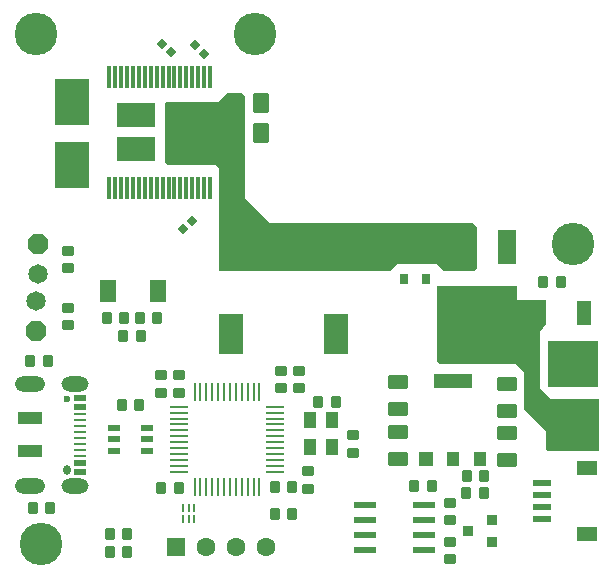
<source format=gbr>
%TF.GenerationSoftware,Altium Limited,Altium Designer,24.1.2 (44)*%
G04 Layer_Color=8388736*
%FSLAX45Y45*%
%MOMM*%
%TF.SameCoordinates,21A1AB76-749C-4ABA-85A5-5522D30AEDF9*%
%TF.FilePolarity,Negative*%
%TF.FileFunction,Soldermask,Top*%
%TF.Part,Single*%
G01*
G75*
%TA.AperFunction,SMDPad,CuDef*%
%ADD10R,3.00000X4.00000*%
%ADD11R,4.20000X4.00000*%
G04:AMPARAMS|DCode=12|XSize=0.8mm|YSize=1mm|CornerRadius=0.1mm|HoleSize=0mm|Usage=FLASHONLY|Rotation=0.000|XOffset=0mm|YOffset=0mm|HoleType=Round|Shape=RoundedRectangle|*
%AMROUNDEDRECTD12*
21,1,0.80000,0.80000,0,0,0.0*
21,1,0.60000,1.00000,0,0,0.0*
1,1,0.20000,0.30000,-0.40000*
1,1,0.20000,-0.30000,-0.40000*
1,1,0.20000,-0.30000,0.40000*
1,1,0.20000,0.30000,0.40000*
%
%ADD12ROUNDEDRECTD12*%
G04:AMPARAMS|DCode=13|XSize=1.3mm|YSize=1.1mm|CornerRadius=0.055mm|HoleSize=0mm|Usage=FLASHONLY|Rotation=90.000|XOffset=0mm|YOffset=0mm|HoleType=Round|Shape=RoundedRectangle|*
%AMROUNDEDRECTD13*
21,1,1.30000,0.99000,0,0,90.0*
21,1,1.19000,1.10000,0,0,90.0*
1,1,0.11000,0.49500,0.59500*
1,1,0.11000,0.49500,-0.59500*
1,1,0.11000,-0.49500,-0.59500*
1,1,0.11000,-0.49500,0.59500*
%
%ADD13ROUNDEDRECTD13*%
%ADD14R,2.00000X3.50000*%
G04:AMPARAMS|DCode=15|XSize=1.2mm|YSize=1.7mm|CornerRadius=0.15mm|HoleSize=0mm|Usage=FLASHONLY|Rotation=270.000|XOffset=0mm|YOffset=0mm|HoleType=Round|Shape=RoundedRectangle|*
%AMROUNDEDRECTD15*
21,1,1.20000,1.40000,0,0,270.0*
21,1,0.90000,1.70000,0,0,270.0*
1,1,0.30000,-0.70000,-0.45000*
1,1,0.30000,-0.70000,0.45000*
1,1,0.30000,0.70000,0.45000*
1,1,0.30000,0.70000,-0.45000*
%
%ADD15ROUNDEDRECTD15*%
G04:AMPARAMS|DCode=16|XSize=0.6mm|YSize=0.7mm|CornerRadius=0.075mm|HoleSize=0mm|Usage=FLASHONLY|Rotation=315.000|XOffset=0mm|YOffset=0mm|HoleType=Round|Shape=RoundedRectangle|*
%AMROUNDEDRECTD16*
21,1,0.60000,0.55000,0,0,315.0*
21,1,0.45000,0.70000,0,0,315.0*
1,1,0.15000,-0.03536,-0.35355*
1,1,0.15000,-0.35355,-0.03536*
1,1,0.15000,0.03536,0.35355*
1,1,0.15000,0.35355,0.03536*
%
%ADD16ROUNDEDRECTD16*%
%ADD17R,3.25000X4.95000*%
%ADD18R,3.25000X2.10000*%
G04:AMPARAMS|DCode=19|XSize=1.79mm|YSize=0.35mm|CornerRadius=0.04375mm|HoleSize=0mm|Usage=FLASHONLY|Rotation=90.000|XOffset=0mm|YOffset=0mm|HoleType=Round|Shape=RoundedRectangle|*
%AMROUNDEDRECTD19*
21,1,1.79000,0.26250,0,0,90.0*
21,1,1.70250,0.35000,0,0,90.0*
1,1,0.08750,0.13125,0.85125*
1,1,0.08750,0.13125,-0.85125*
1,1,0.08750,-0.13125,-0.85125*
1,1,0.08750,-0.13125,0.85125*
%
%ADD19ROUNDEDRECTD19*%
%ADD20R,0.84000X0.84000*%
%ADD21R,0.84000X0.90000*%
%ADD22R,1.50000X3.00000*%
%ADD23R,6.25000X6.60000*%
G04:AMPARAMS|DCode=24|XSize=0.6mm|YSize=0.7mm|CornerRadius=0.075mm|HoleSize=0mm|Usage=FLASHONLY|Rotation=225.000|XOffset=0mm|YOffset=0mm|HoleType=Round|Shape=RoundedRectangle|*
%AMROUNDEDRECTD24*
21,1,0.60000,0.55000,0,0,225.0*
21,1,0.45000,0.70000,0,0,225.0*
1,1,0.15000,-0.35355,0.03536*
1,1,0.15000,-0.03536,0.35355*
1,1,0.15000,0.35355,-0.03536*
1,1,0.15000,0.03536,-0.35355*
%
%ADD24ROUNDEDRECTD24*%
%TA.AperFunction,ConnectorPad*%
%ADD25R,2.00000X1.00000*%
%ADD26R,1.00000X0.27000*%
%ADD27R,1.00000X0.52000*%
%TA.AperFunction,SMDPad,CuDef*%
%ADD28R,0.25000X0.65000*%
%TA.AperFunction,ConnectorPad*%
%ADD29R,1.55000X0.60000*%
%ADD30R,1.80000X1.20000*%
%TA.AperFunction,SMDPad,CuDef*%
%ADD31O,0.25000X1.55000*%
%ADD32O,1.55000X0.25000*%
G04:AMPARAMS|DCode=33|XSize=0.8mm|YSize=1mm|CornerRadius=0.1mm|HoleSize=0mm|Usage=FLASHONLY|Rotation=90.000|XOffset=0mm|YOffset=0mm|HoleType=Round|Shape=RoundedRectangle|*
%AMROUNDEDRECTD33*
21,1,0.80000,0.80000,0,0,90.0*
21,1,0.60000,1.00000,0,0,90.0*
1,1,0.20000,0.40000,0.30000*
1,1,0.20000,0.40000,-0.30000*
1,1,0.20000,-0.40000,-0.30000*
1,1,0.20000,-0.40000,0.30000*
%
%ADD33ROUNDEDRECTD33*%
%ADD34R,1.98000X0.53000*%
%ADD36R,0.97790X0.55880*%
%ADD37R,3.20000X1.30000*%
%ADD38R,1.00000X1.20000*%
%ADD39R,1.20000X1.20000*%
%ADD40R,0.80000X0.90000*%
%ADD41R,1.27000X2.10000*%
G04:AMPARAMS|DCode=42|XSize=1.4mm|YSize=1.7mm|CornerRadius=0.175mm|HoleSize=0mm|Usage=FLASHONLY|Rotation=180.000|XOffset=0mm|YOffset=0mm|HoleType=Round|Shape=RoundedRectangle|*
%AMROUNDEDRECTD42*
21,1,1.40000,1.35000,0,0,180.0*
21,1,1.05000,1.70000,0,0,180.0*
1,1,0.35000,-0.52500,0.67500*
1,1,0.35000,0.52500,0.67500*
1,1,0.35000,0.52500,-0.67500*
1,1,0.35000,-0.52500,-0.67500*
%
%ADD42ROUNDEDRECTD42*%
%TA.AperFunction,ViaPad*%
%ADD51C,3.60000*%
%TA.AperFunction,ComponentPad*%
%ADD52C,1.65100*%
G04:AMPARAMS|DCode=53|XSize=1.651mm|YSize=1.651mm|CornerRadius=0mm|HoleSize=0mm|Usage=FLASHONLY|Rotation=90.000|XOffset=0mm|YOffset=0mm|HoleType=Round|Shape=Octagon|*
%AMOCTAGOND53*
4,1,8,0.41275,0.82550,-0.41275,0.82550,-0.82550,0.41275,-0.82550,-0.41275,-0.41275,-0.82550,0.41275,-0.82550,0.82550,-0.41275,0.82550,0.41275,0.41275,0.82550,0.0*
%
%ADD53OCTAGOND53*%

%ADD54R,0.80800X0.80800*%
G04:AMPARAMS|DCode=55|XSize=0.85mm|YSize=0.6mm|CornerRadius=0.3mm|HoleSize=0mm|Usage=FLASHONLY|Rotation=270.000|XOffset=0mm|YOffset=0mm|HoleType=Round|Shape=RoundedRectangle|*
%AMROUNDEDRECTD55*
21,1,0.85000,0.00000,0,0,270.0*
21,1,0.25000,0.60000,0,0,270.0*
1,1,0.60000,0.00000,-0.12500*
1,1,0.60000,0.00000,0.12500*
1,1,0.60000,0.00000,0.12500*
1,1,0.60000,0.00000,-0.12500*
%
%ADD55ROUNDEDRECTD55*%
%ADD56C,0.60000*%
G04:AMPARAMS|DCode=57|XSize=1.3mm|YSize=2.6mm|CornerRadius=0.65mm|HoleSize=0mm|Usage=FLASHONLY|Rotation=270.000|XOffset=0mm|YOffset=0mm|HoleType=Round|Shape=RoundedRectangle|*
%AMROUNDEDRECTD57*
21,1,1.30000,1.30000,0,0,270.0*
21,1,0.00000,2.60000,0,0,270.0*
1,1,1.30000,-0.65000,0.00000*
1,1,1.30000,-0.65000,0.00000*
1,1,1.30000,0.65000,0.00000*
1,1,1.30000,0.65000,0.00000*
%
%ADD57ROUNDEDRECTD57*%
G04:AMPARAMS|DCode=58|XSize=1.3mm|YSize=2.3mm|CornerRadius=0.65mm|HoleSize=0mm|Usage=FLASHONLY|Rotation=270.000|XOffset=0mm|YOffset=0mm|HoleType=Round|Shape=RoundedRectangle|*
%AMROUNDEDRECTD58*
21,1,1.30000,1.00000,0,0,270.0*
21,1,0.00000,2.30000,0,0,270.0*
1,1,1.30000,-0.50000,0.00000*
1,1,1.30000,-0.50000,0.00000*
1,1,1.30000,0.50000,0.00000*
1,1,1.30000,0.50000,0.00000*
%
%ADD58ROUNDEDRECTD58*%
%ADD59C,1.60000*%
%ADD60R,1.60000X1.60000*%
%TA.AperFunction,SMDPad,CuDef*%
%ADD71R,1.40320X1.90320*%
G36*
X4533900Y6578600D02*
Y5715000D01*
X4749800Y5499100D01*
X6464300D01*
X6502400Y5461000D01*
Y5118100D01*
X6477000Y5092700D01*
X6223000D01*
X6159500Y5156200D01*
X5829300D01*
X5765800Y5092700D01*
X4318000D01*
Y5969000D01*
X4292600Y5994400D01*
X3886200D01*
X3860800Y6019800D01*
Y6515100D01*
X3859833Y6516067D01*
X3864694Y6527800D01*
X4305300D01*
X4381500Y6604000D01*
X4508500D01*
X4533900Y6578600D01*
D02*
G37*
G36*
X6832600Y4851400D02*
X7086600D01*
Y4648200D01*
X7035800Y4580467D01*
Y4102100D01*
X7124700Y4013200D01*
X7531100D01*
Y3568700D01*
X7099300D01*
X7086600Y3581400D01*
Y3733800D01*
X6896100Y3924300D01*
X6896099Y4241801D01*
X6832601Y4305300D01*
X6184900D01*
X6159500Y4330700D01*
Y4965700D01*
X6832600D01*
Y4851400D01*
D02*
G37*
D10*
X3073400Y5994400D02*
D03*
Y6527800D02*
D03*
D11*
X7315200Y4305300D02*
D03*
Y3771900D02*
D03*
D12*
X6415117Y3356425D02*
D03*
X6565117D02*
D03*
X6411472Y3215009D02*
D03*
X6561472D02*
D03*
X2739725Y3086699D02*
D03*
X2889724D02*
D03*
X2719000Y4330700D02*
D03*
X2869000D02*
D03*
X5970200Y3276600D02*
D03*
X6120200D02*
D03*
X4939100Y3035300D02*
D03*
X4789100D02*
D03*
X3366700Y4699000D02*
D03*
X3516700Y4699000D02*
D03*
X3796100D02*
D03*
X3646100D02*
D03*
X5307400Y3987800D02*
D03*
X5157400D02*
D03*
X3506400Y4546600D02*
D03*
X3656400D02*
D03*
X3493700Y3962400D02*
D03*
X3643700D02*
D03*
X4939100Y3263900D02*
D03*
X4789100D02*
D03*
X3828930Y3256306D02*
D03*
X3978930D02*
D03*
X3542100Y2717800D02*
D03*
X3392100D02*
D03*
X3542100Y2870200D02*
D03*
X3392100D02*
D03*
X7062400Y5003800D02*
D03*
X7212400D02*
D03*
D13*
X5276600Y3836100D02*
D03*
X5086600D02*
D03*
X5276600Y3606100D02*
D03*
X5086600D02*
D03*
D14*
X5308600Y5269900D02*
D03*
Y4559900D02*
D03*
X4419600Y5269900D02*
D03*
Y4559900D02*
D03*
D15*
X6756400Y4140200D02*
D03*
X5829300Y4152900D02*
D03*
Y3924300D02*
D03*
Y3505200D02*
D03*
Y3733800D02*
D03*
X6756400Y3492500D02*
D03*
Y3721100D02*
D03*
Y3911600D02*
D03*
D16*
X4117545Y7007655D02*
D03*
X4188256Y6936944D02*
D03*
X3838144Y7020356D02*
D03*
X3908855Y6949645D02*
D03*
D17*
X4017800Y6270200D02*
D03*
D18*
X3612799Y6125200D02*
D03*
X3612800Y6415200D02*
D03*
D19*
X3390301Y6741699D02*
D03*
X3440300D02*
D03*
X3490300Y6741700D02*
D03*
X3540300Y6741700D02*
D03*
X3590300D02*
D03*
X3640300Y6741700D02*
D03*
X3690300D02*
D03*
X3740300D02*
D03*
X3790300D02*
D03*
X3840300Y6741700D02*
D03*
X3890300D02*
D03*
X3940300D02*
D03*
X3990300D02*
D03*
X4040300D02*
D03*
X4090300Y6741701D02*
D03*
X4140300Y6741700D02*
D03*
X4190300D02*
D03*
X4240299Y6741700D02*
D03*
X4240300Y5798700D02*
D03*
X4190300Y5798700D02*
D03*
X4140300D02*
D03*
X4090300D02*
D03*
X4040300D02*
D03*
X3990300D02*
D03*
X3940300D02*
D03*
X3890300D02*
D03*
X3840300D02*
D03*
X3790300Y5798700D02*
D03*
X3740300Y5798700D02*
D03*
X3690300D02*
D03*
X3640300D02*
D03*
X3590300Y5798700D02*
D03*
X3540300D02*
D03*
X3490300D02*
D03*
X3440300Y5798700D02*
D03*
X3390300D02*
D03*
D20*
X6427800Y2895600D02*
D03*
X6627800Y2801600D02*
D03*
D21*
Y2989600D02*
D03*
D22*
X6299200Y5295700D02*
D03*
X6756400D02*
D03*
D23*
X6527800Y4635700D02*
D03*
D24*
X4015944Y5451044D02*
D03*
X4086655Y5521755D02*
D03*
D25*
X2717100Y3568400D02*
D03*
Y3848400D02*
D03*
D26*
X3137100Y3533400D02*
D03*
X3137100Y3583400D02*
D03*
Y3633400D02*
D03*
Y3683400D02*
D03*
Y3733400D02*
D03*
X3137100Y3783400D02*
D03*
Y3833400D02*
D03*
Y3883400D02*
D03*
D27*
X3137100Y3398400D02*
D03*
Y3473400D02*
D03*
Y3943400D02*
D03*
Y4018400D02*
D03*
D28*
X4109985Y3089790D02*
D03*
X4059985D02*
D03*
X4009985D02*
D03*
Y2994790D02*
D03*
X4059985D02*
D03*
X4109985D02*
D03*
D29*
X7048500Y3297200D02*
D03*
Y3197200D02*
D03*
Y3097200D02*
D03*
Y2997200D02*
D03*
D30*
X7436000Y2867200D02*
D03*
Y3427200D02*
D03*
D31*
X4660400Y3269800D02*
D03*
X4610400D02*
D03*
X4560400D02*
D03*
X4510400D02*
D03*
X4460400Y3269800D02*
D03*
X4410400D02*
D03*
X4360400Y3269800D02*
D03*
X4310400D02*
D03*
X4260400D02*
D03*
X4210400D02*
D03*
X4160400D02*
D03*
X4110400D02*
D03*
Y4074800D02*
D03*
X4160400Y4074800D02*
D03*
X4210400D02*
D03*
X4260400D02*
D03*
X4310400Y4074800D02*
D03*
X4360400D02*
D03*
X4410400Y4074800D02*
D03*
X4460400D02*
D03*
X4510400D02*
D03*
X4560400D02*
D03*
X4610400D02*
D03*
X4660400Y4074800D02*
D03*
D32*
X3982900Y3397300D02*
D03*
X3982900Y3447300D02*
D03*
Y3497300D02*
D03*
Y3547300D02*
D03*
Y3597300D02*
D03*
Y3647300D02*
D03*
Y3697300D02*
D03*
X3982900Y3747300D02*
D03*
X3982900Y3797300D02*
D03*
Y3847300D02*
D03*
Y3897300D02*
D03*
X3982900Y3947300D02*
D03*
X4787900D02*
D03*
Y3897300D02*
D03*
Y3847300D02*
D03*
Y3797300D02*
D03*
Y3747300D02*
D03*
Y3697300D02*
D03*
Y3647300D02*
D03*
Y3597300D02*
D03*
Y3547300D02*
D03*
Y3497300D02*
D03*
Y3447300D02*
D03*
X4787900Y3397300D02*
D03*
D33*
X6273800Y2805500D02*
D03*
Y2655500D02*
D03*
Y2985700D02*
D03*
Y3135700D02*
D03*
X5448300Y3707200D02*
D03*
Y3557200D02*
D03*
X3822700Y4215200D02*
D03*
Y4065200D02*
D03*
X4838700Y4253300D02*
D03*
Y4103300D02*
D03*
X3975100Y4215200D02*
D03*
Y4065200D02*
D03*
X5067300Y3252400D02*
D03*
Y3402400D02*
D03*
X4991100Y4253300D02*
D03*
Y4103300D02*
D03*
X3035300Y4636700D02*
D03*
Y4786700D02*
D03*
Y5269300D02*
D03*
Y5119300D02*
D03*
D34*
X6050400Y3111500D02*
D03*
Y2984500D02*
D03*
Y2857500D02*
D03*
Y2730500D02*
D03*
X5557400D02*
D03*
Y2857500D02*
D03*
Y2984500D02*
D03*
Y3111500D02*
D03*
D36*
X3432175Y3765300D02*
D03*
Y3670300D02*
D03*
X3432175Y3575300D02*
D03*
X3705225D02*
D03*
X3705225Y3670300D02*
D03*
Y3765300D02*
D03*
D37*
X6299200Y4164900D02*
D03*
D38*
X6528200Y3505900D02*
D03*
X6299200D02*
D03*
D39*
X6070200D02*
D03*
D40*
X5880600Y5029200D02*
D03*
X6070600D02*
D03*
X5975600Y5229200D02*
D03*
D41*
X7412100Y4737100D02*
D03*
X7015100D02*
D03*
D42*
X4673600Y6515100D02*
D03*
X4445000D02*
D03*
X4673600Y6261100D02*
D03*
X4445000D02*
D03*
D51*
X2768600Y7099300D02*
D03*
X2806700Y2781300D02*
D03*
X4622800Y7099300D02*
D03*
X7315200Y5321300D02*
D03*
D52*
X2768600Y4838700D02*
D03*
X2781300Y5067300D02*
D03*
D53*
X2768600Y4584700D02*
D03*
X2781300Y5321300D02*
D03*
D54*
X3504500Y6072700D02*
D03*
X3612799D02*
D03*
X3721100Y6072700D02*
D03*
X3504500Y6362700D02*
D03*
X3612800Y6362700D02*
D03*
X3721100Y6362700D02*
D03*
Y6177700D02*
D03*
X3504500Y6177700D02*
D03*
X3721100Y6467700D02*
D03*
X3504499Y6467700D02*
D03*
X3612799Y6177700D02*
D03*
X3612800Y6467700D02*
D03*
X3909500Y6084575D02*
D03*
Y6208325D02*
D03*
X3909499Y6332075D02*
D03*
Y6455825D02*
D03*
X4017800Y6084575D02*
D03*
Y6208325D02*
D03*
Y6332075D02*
D03*
Y6455825D02*
D03*
X4126100Y6084574D02*
D03*
Y6208325D02*
D03*
X4126100Y6332075D02*
D03*
Y6455825D02*
D03*
D55*
X3027100Y3408400D02*
D03*
D56*
Y4008400D02*
D03*
D57*
X2717100Y3276400D02*
D03*
Y4140400D02*
D03*
D58*
X3099600Y3276400D02*
D03*
Y4140400D02*
D03*
D59*
X4711700Y2755900D02*
D03*
X4457700D02*
D03*
X4203700D02*
D03*
D60*
X3949700D02*
D03*
D71*
X3377300Y4927600D02*
D03*
X3797300D02*
D03*
%TF.MD5,79503efad613669c3b67b32c4b381c2a*%
M02*

</source>
